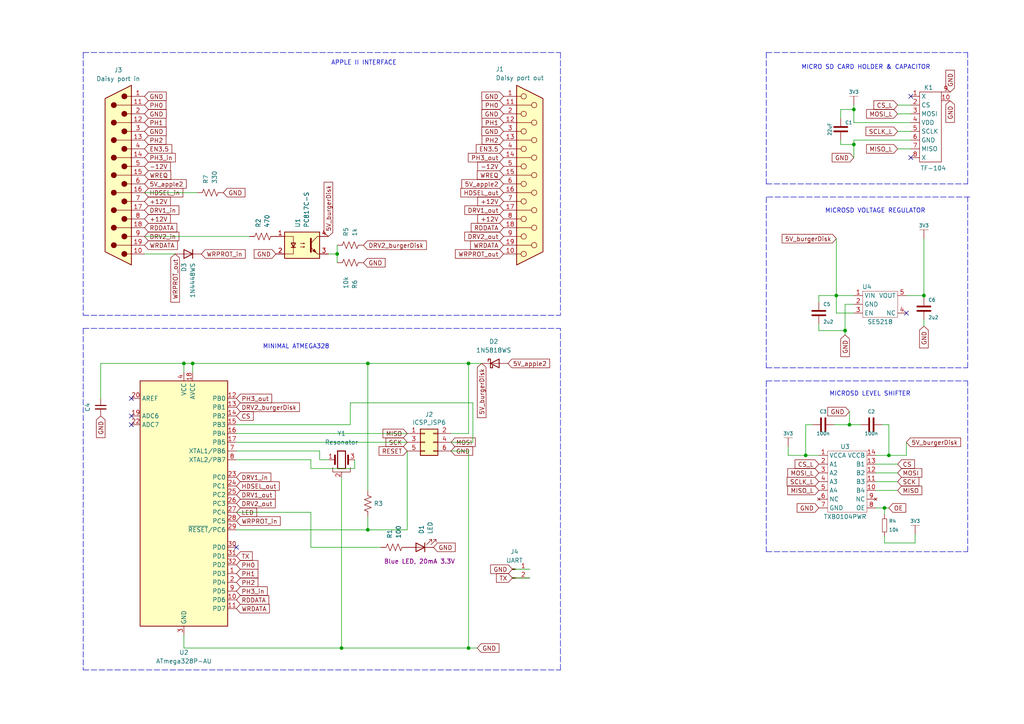
<source format=kicad_sch>
(kicad_sch (version 20250114) (generator "eeschema") (generator_version "9.0")
  (paper "A4")
  (title_block (title "DominoDisk - very small Apple II hard drive") (date "2026-01-28") (rev "v2") (company "Colin Leroy-Mira") (comment 1 "License: CC BY-SA"))
  (lib_symbols
    (symbol "Connector:Conn_01x02_Pin" (pin_names (offset 1.016) (hide yes))
      (property "Reference" "J" (at 0 2.54 0))
      (property "Value" "Conn_01x02_Pin" (at 0 -5.08 0))
      (symbol "Conn_01x02_Pin_1_1"
        (rectangle (start 0.8636 0.127) (end 0 -0.127) (stroke (width 0.1524)) (fill (type outline)))
        (rectangle (start 0.8636 -2.413) (end 0 -2.667) (stroke (width 0.1524)) (fill (type outline)))
        (polyline (pts (xy 1.27 0) (xy 0.8636 0)) (stroke (width 0.1524)))
        (polyline (pts (xy 1.27 -2.54) (xy 0.8636 -2.54)) (stroke (width 0.1524)))
        (pin passive line (at 5.08 0 180) (length 3.81) (name "Pin_1") (number "1"))
        (pin passive line (at 5.08 -2.54 180) (length 3.81) (name "Pin_2") (number "2"))
      )
    )
    (symbol "Connector_Generic:Conn_02x03_Odd_Even" (pin_names (offset 1.016) (hide yes))
      (property "Reference" "J" (at 1.27 5.08 0))
      (property "Value" "Conn_02x03_Odd_Even" (at 1.27 -5.08 0))
      (symbol "Conn_02x03_Odd_Even_1_1"
        (rectangle (start -1.27 3.81) (end 3.81 -3.81) (stroke (width 0.254)) (fill (type background)))
        (rectangle (start -1.27 2.667) (end 0 2.413) (stroke (width 0.1524)))
        (rectangle (start -1.27 0.127) (end 0 -0.127) (stroke (width 0.1524)))
        (rectangle (start -1.27 -2.413) (end 0 -2.667) (stroke (width 0.1524)))
        (rectangle (start 3.81 2.667) (end 2.54 2.413) (stroke (width 0.1524)))
        (rectangle (start 3.81 0.127) (end 2.54 -0.127) (stroke (width 0.1524)))
        (rectangle (start 3.81 -2.413) (end 2.54 -2.667) (stroke (width 0.1524)))
        (pin passive line (at -5.08 2.54 0) (length 3.81) (name "Pin_1") (number "1"))
        (pin passive line (at -5.08 0 0) (length 3.81) (name "Pin_3") (number "3"))
        (pin passive line (at -5.08 -2.54 0) (length 3.81) (name "Pin_5") (number "5"))
        (pin passive line (at 7.62 2.54 180) (length 3.81) (name "Pin_2") (number "2"))
        (pin passive line (at 7.62 0 180) (length 3.81) (name "Pin_4") (number "4"))
        (pin passive line (at 7.62 -2.54 180) (length 3.81) (name "Pin_6") (number "6"))
      )
    )
    (symbol "Device:C_Small" (pin_numbers (hide yes)) (pin_names (offset 0.254) (hide yes))
      (property "Reference" "C" (at 0.254 1.778 0))
      (property "Value" "C_Small" (at 0.254 -2.032 0))
      (symbol "C_Small_0_1"
        (polyline (pts (xy -1.524 0.508) (xy 1.524 0.508)) (stroke (width 0.3048)))
        (polyline (pts (xy -1.524 -0.508) (xy 1.524 -0.508)) (stroke (width 0.3302)))
      )
      (symbol "C_Small_1_1"
        (pin passive line (at 0 2.54 270) (length 2.032) (name "~") (number "1"))
        (pin passive line (at 0 -2.54 90) (length 2.032) (name "~") (number "2"))
      )
    )
    (symbol "Device:Crystal_GND2" (pin_names (offset 1.016) (hide yes))
      (property "Reference" "Y" (at 0 5.715 0))
      (property "Value" "Crystal_GND2" (at 0 3.81 0))
      (symbol "Crystal_GND2_0_1"
        (polyline (pts (xy -2.54 0) (xy -1.905 0)))
        (polyline (pts (xy -2.54 -2.286) (xy -2.54 -3.556) (xy 2.54 -3.556) (xy 2.54 -2.286)))
        (polyline (pts (xy -1.905 -1.27) (xy -1.905 1.27)) (stroke (width 0.508)))
        (rectangle (start -1.143 2.54) (end 1.143 -2.54) (stroke (width 0.3048)))
        (polyline (pts (xy 0 -3.81) (xy 0 -3.556)))
        (polyline (pts (xy 1.905 1.27) (xy 1.905 -1.27)) (stroke (width 0.508)))
        (polyline (pts (xy 1.905 0) (xy 2.54 0)))
      )
      (symbol "Crystal_GND2_1_1"
        (pin passive line (at -3.81 0 0) (length 1.27) (name "1") (number "1"))
        (pin passive line (at 0 -5.08 90) (length 1.27) (name "2") (number "2"))
        (pin passive line (at 3.81 0 180) (length 1.27) (name "3") (number "3"))
      )
    )
    (symbol "Device:LED" (pin_numbers (hide yes)) (pin_names (offset 1.016) (hide yes))
      (property "Reference" "D" (at 0 2.54 0))
      (property "Value" "LED" (at 0 -2.54 0))
      (symbol "LED_0_1"
        (polyline (pts (xy -3.048 -0.762) (xy -4.572 -2.286) (xy -3.81 -2.286) (xy -4.572 -2.286) (xy -4.572 -1.524)))
        (polyline (pts (xy -1.778 -0.762) (xy -3.302 -2.286) (xy -2.54 -2.286) (xy -3.302 -2.286) (xy -3.302 -1.524)))
        (polyline (pts (xy -1.27 0) (xy 1.27 0)))
        (polyline (pts (xy -1.27 -1.27) (xy -1.27 1.27)) (stroke (width 0.254)))
        (polyline (pts (xy 1.27 -1.27) (xy 1.27 1.27) (xy -1.27 0) (xy 1.27 -1.27)) (stroke (width 0.254)))
      )
      (symbol "LED_1_1"
        (pin passive line (at -3.81 0 0) (length 2.54) (name "K") (number "1"))
        (pin passive line (at 3.81 0 180) (length 2.54) (name "A") (number "2"))
      )
    )
    (symbol "Device:R_US" (pin_numbers (hide yes)) (pin_names (offset 0))
      (property "Reference" "R" (at 2.54 0 90))
      (property "Value" "R_US" (at -2.54 0 90))
      (symbol "R_US_0_1"
        (polyline (pts (xy 0 2.286) (xy 0 2.54)))
        (polyline (pts (xy 0 2.286) (xy 1.016 1.905) (xy 0 1.524) (xy -1.016 1.143) (xy 0 0.762)))
        (polyline (pts (xy 0 0.762) (xy 1.016 0.381) (xy 0 0) (xy -1.016 -0.381) (xy 0 -0.762)))
        (polyline (pts (xy 0 -0.762) (xy 1.016 -1.143) (xy 0 -1.524) (xy -1.016 -1.905) (xy 0 -2.286)))
        (polyline (pts (xy 0 -2.286) (xy 0 -2.54)))
      )
      (symbol "R_US_1_1"
        (pin passive line (at 0 3.81 270) (length 1.27) (name "~") (number "1"))
        (pin passive line (at 0 -3.81 90) (length 1.27) (name "~") (number "2"))
      )
    )
    (symbol "Diode:1N4448" (pin_numbers (hide yes)) (pin_names (hide yes))
      (property "Reference" "D" (at 0 2.54 0))
      (property "Value" "1N4448" (at 0 -2.54 0))
      (symbol "1N4448_0_1"
        (polyline (pts (xy -1.27 1.27) (xy -1.27 -1.27)) (stroke (width 0.254)))
        (polyline (pts (xy 1.27 1.27) (xy 1.27 -1.27) (xy -1.27 0) (xy 1.27 1.27)) (stroke (width 0.254)))
        (polyline (pts (xy 1.27 0) (xy -1.27 0)))
      )
      (symbol "1N4448_1_1"
        (pin passive line (at -3.81 0 0) (length 2.54) (name "K") (number "1"))
        (pin passive line (at 3.81 0 180) (length 2.54) (name "A") (number "2"))
      )
    )
    (symbol "Diode:1N5818" (pin_numbers (hide yes)) (pin_names (offset 1.016) (hide yes))
      (property "Reference" "D" (at 0 2.54 0))
      (property "Value" "1N5818" (at 0 -2.54 0))
      (symbol "1N5818_0_1"
        (polyline (pts (xy -1.905 0.635) (xy -1.905 1.27) (xy -1.27 1.27) (xy -1.27 -1.27) (xy -0.635 -1.27) (xy -0.635 -0.635)) (stroke (width 0.254)))
        (polyline (pts (xy 1.27 1.27) (xy 1.27 -1.27) (xy -1.27 0) (xy 1.27 1.27)) (stroke (width 0.254)))
        (polyline (pts (xy 1.27 0) (xy -1.27 0)))
      )
      (symbol "1N5818_1_1"
        (pin passive line (at -3.81 0 0) (length 2.54) (name "K") (number "1"))
        (pin passive line (at 3.81 0 180) (length 2.54) (name "A") (number "2"))
      )
    )
    (symbol "Isolator:PC817" (pin_names (offset 1.016))
      (property "Reference" "U" (at -5.08 5.08 0))
      (property "Value" "PC817" (at 0 5.08 0))
      (symbol "PC817_0_1"
        (rectangle (start -5.08 3.81) (end 5.08 -3.81) (stroke (width 0.254)) (fill (type background)))
        (polyline (pts (xy -5.08 2.54) (xy -2.54 2.54) (xy -2.54 -0.635)))
        (polyline (pts (xy -3.175 -0.635) (xy -1.905 -0.635)) (stroke (width 0.254)))
        (polyline (pts (xy -2.54 -0.635) (xy -2.54 -2.54) (xy -5.08 -2.54)))
        (polyline (pts (xy -2.54 -0.635) (xy -3.175 0.635) (xy -1.905 0.635) (xy -2.54 -0.635)) (stroke (width 0.254)))
        (polyline (pts (xy -0.508 0.508) (xy 0.762 0.508) (xy 0.381 0.381) (xy 0.381 0.635) (xy 0.762 0.508)))
        (polyline (pts (xy -0.508 -0.508) (xy 0.762 -0.508) (xy 0.381 -0.635) (xy 0.381 -0.381) (xy 0.762 -0.508)))
        (polyline (pts (xy 2.54 1.905) (xy 2.54 -1.905) (xy 2.54 -1.905)) (stroke (width 0.508)))
        (polyline (pts (xy 2.54 0.635) (xy 4.445 2.54)))
        (polyline (pts (xy 3.048 -1.651) (xy 3.556 -1.143) (xy 4.064 -2.159) (xy 3.048 -1.651) (xy 3.048 -1.651)) (fill (type outline)))
        (polyline (pts (xy 4.445 2.54) (xy 5.08 2.54)))
        (polyline (pts (xy 4.445 -2.54) (xy 2.54 -0.635)) (fill (type outline)))
        (polyline (pts (xy 4.445 -2.54) (xy 5.08 -2.54)))
      )
      (symbol "PC817_1_1"
        (pin passive line (at -7.62 2.54 0) (length 2.54) (name "~") (number "1"))
        (pin passive line (at -7.62 -2.54 0) (length 2.54) (name "~") (number "2"))
        (pin passive line (at 7.62 2.54 180) (length 2.54) (name "~") (number "4"))
        (pin passive line (at 7.62 -2.54 180) (length 2.54) (name "~") (number "3"))
      )
    )
    (symbol "MCU_Microchip_ATmega:ATmega328P-AU"
      (property "Reference" "U2" (at 0 -43.18 0))
      (property "Value" "ATmega328P-AU" (at 0 -45.72 0))
      (symbol "ATmega328P-AU_0_1"
        (rectangle (start -12.7 -35.56) (end 12.7 35.56) (stroke (width 0.254)) (fill (type background)))
      )
      (symbol "ATmega328P-AU_1_1"
        (pin passive line (at -15.24 30.48 0) (length 2.54) (name "AREF") (number "20"))
        (pin input line (at -15.24 25.4 0) (length 2.54) (name "ADC6") (number "19"))
        (pin input line (at -15.24 22.86 0) (length 2.54) (name "ADC7") (number "22"))
        (pin power_in line (at 0 38.1 270) (length 2.54) (name "VCC") (number "4"))
        (pin passive line (at 0 38.1 270) (length 2.54) (hide yes) (name "VCC") (number "6"))
        (pin passive line (at 0 -38.1 90) (length 2.54) (hide yes) (name "GND") (number "21"))
        (pin passive line (at 0 -38.1 90) (length 2.54) (name "GND") (number "3"))
        (pin passive line (at 0 -38.1 90) (length 2.54) (hide yes) (name "GND") (number "5"))
        (pin power_in line (at 2.54 38.1 270) (length 2.54) (name "AVCC") (number "18"))
        (pin tri_state line (at 15.24 30.48 180) (length 2.54) (name "PB0") (number "12"))
        (pin tri_state line (at 15.24 27.94 180) (length 2.54) (name "PB1") (number "13"))
        (pin tri_state line (at 15.24 25.4 180) (length 2.54) (name "PB2") (number "14"))
        (pin tri_state line (at 15.24 22.86 180) (length 2.54) (name "PB3") (number "15"))
        (pin tri_state line (at 15.24 20.32 180) (length 2.54) (name "PB4") (number "16"))
        (pin tri_state line (at 15.24 17.78 180) (length 2.54) (name "PB5") (number "17"))
        (pin tri_state line (at 15.24 15.24 180) (length 2.54) (name "XTAL1/PB6") (number "7"))
        (pin tri_state line (at 15.24 12.7 180) (length 2.54) (name "XTAL2/PB7") (number "8"))
        (pin tri_state line (at 15.24 7.62 180) (length 2.54) (name "PC0") (number "23"))
        (pin tri_state line (at 15.24 5.08 180) (length 2.54) (name "PC1") (number "24"))
        (pin tri_state line (at 15.24 2.54 180) (length 2.54) (name "PC2") (number "25"))
        (pin tri_state line (at 15.24 0 180) (length 2.54) (name "PC3") (number "26"))
        (pin tri_state line (at 15.24 -2.54 180) (length 2.54) (name "PC4") (number "27"))
        (pin tri_state line (at 15.24 -5.08 180) (length 2.54) (name "PC5") (number "28"))
        (pin tri_state line (at 15.24 -7.62 180) (length 2.54) (name "~{RESET}/PC6") (number "29"))
        (pin tri_state line (at 15.24 -12.7 180) (length 2.54) (name "PD0") (number "30"))
        (pin tri_state line (at 15.24 -15.24 180) (length 2.54) (name "PD1") (number "31"))
        (pin tri_state line (at 15.24 -17.78 180) (length 2.54) (name "PD2") (number "32"))
        (pin tri_state line (at 15.24 -20.32 180) (length 2.54) (name "PD3") (number "1"))
        (pin tri_state line (at 15.24 -22.86 180) (length 2.54) (name "PD4") (number "2"))
        (pin tri_state line (at 15.24 -25.4 180) (length 2.54) (name "PD5") (number "9"))
        (pin tri_state line (at 15.24 -27.94 180) (length 2.54) (name "PD6") (number "10"))
        (pin tri_state line (at 15.24 -30.48 180) (length 2.54) (name "PD7") (number "11"))
      )
    )
    (symbol "db19:DB19_Female" (pin_names (offset 1.016) (hide yes))
      (property "Reference" "J" (at 0 26.67 0))
      (property "Value" "DB19_Female" (at 0 -27.94 0))
      (symbol "DB19_Female_0_1"
        (polyline (pts (xy -3.81 26.035) (xy 3.81 22.225) (xy 3.81 -22.225) (xy -3.81 -26.035) (xy -3.81 26.035)) (stroke (width 0.254)) (fill (type background)))
        (polyline (pts (xy -3.81 22.86) (xy -2.54 22.86)))
        (polyline (pts (xy -3.81 20.32) (xy 0.508 20.32)))
        (polyline (pts (xy -3.81 17.78) (xy -2.54 17.78)))
        (polyline (pts (xy -3.81 15.24) (xy 0.508 15.24)))
        (polyline (pts (xy -3.81 12.7) (xy -2.54 12.7)))
        (polyline (pts (xy -3.81 10.16) (xy 0.508 10.16)))
        (polyline (pts (xy -3.81 7.62) (xy -2.54 7.62)))
        (polyline (pts (xy -3.81 5.08) (xy 0.508 5.08)))
        (polyline (pts (xy -3.81 2.54) (xy -2.54 2.54)))
        (polyline (pts (xy -3.81 0) (xy 0.508 0)))
        (polyline (pts (xy -3.81 -2.54) (xy -2.54 -2.54)))
        (polyline (pts (xy -3.81 -5.08) (xy 0.508 -5.08)))
        (polyline (pts (xy -3.81 -7.62) (xy -2.54 -7.62)))
        (polyline (pts (xy -3.81 -10.16) (xy 0.508 -10.16)))
        (polyline (pts (xy -3.81 -12.7) (xy -2.54 -12.7)))
        (polyline (pts (xy -3.81 -15.24) (xy 0.508 -15.24)))
        (polyline (pts (xy -3.81 -17.78) (xy -2.54 -17.78)))
        (polyline (pts (xy -3.81 -20.32) (xy 0.508 -20.32)))
        (polyline (pts (xy -3.81 -22.86) (xy -2.54 -22.86)))
        (circle (center -1.778 22.86) (radius 0.762))
        (circle (center -1.778 17.78) (radius 0.762))
        (circle (center -1.778 12.7) (radius 0.762))
        (circle (center -1.778 7.62) (radius 0.762))
        (circle (center -1.778 2.54) (radius 0.762))
        (circle (center -1.778 -2.54) (radius 0.762))
        (circle (center -1.778 -7.62) (radius 0.762))
        (circle (center -1.778 -12.7) (radius 0.762))
        (circle (center -1.778 -17.78) (radius 0.762))
        (circle (center -1.778 -22.86) (radius 0.762))
        (circle (center 1.27 20.32) (radius 0.762))
        (circle (center 1.27 15.24) (radius 0.762))
        (circle (center 1.27 10.16) (radius 0.762))
        (circle (center 1.27 5.08) (radius 0.762))
        (circle (center 1.27 0) (radius 0.762))
        (circle (center 1.27 -5.08) (radius 0.762))
        (circle (center 1.27 -10.16) (radius 0.762))
        (circle (center 1.27 -15.24) (radius 0.762))
        (circle (center 1.27 -20.32) (radius 0.762))
      )
      (symbol "DB19_Female_1_1"
        (pin passive line (at -7.62 22.86 0) (length 3.81) (name "1") (number "1"))
        (pin passive line (at -7.62 20.32 0) (length 3.81) (name "P11") (number "11"))
        (pin passive line (at -7.62 17.78 0) (length 3.81) (name "2") (number "2"))
        (pin passive line (at -7.62 15.24 0) (length 3.81) (name "P12") (number "12"))
        (pin passive line (at -7.62 12.7 0) (length 3.81) (name "3") (number "3"))
        (pin passive line (at -7.62 10.16 0) (length 3.81) (name "P13") (number "13"))
        (pin passive line (at -7.62 7.62 0) (length 3.81) (name "4") (number "4"))
        (pin passive line (at -7.62 5.08 0) (length 3.81) (name "P14") (number "14"))
        (pin passive line (at -7.62 2.54 0) (length 3.81) (name "5") (number "5"))
        (pin passive line (at -7.62 0 0) (length 3.81) (name "P15") (number "15"))
        (pin passive line (at -7.62 -2.54 0) (length 3.81) (name "6") (number "6"))
        (pin passive line (at -7.62 -5.08 0) (length 3.81) (name "P16") (number "16"))
        (pin passive line (at -7.62 -7.62 0) (length 3.81) (name "7") (number "7"))
        (pin passive line (at -7.62 -10.16 0) (length 3.81) (name "P17") (number "17"))
        (pin passive line (at -7.62 -12.7 0) (length 3.81) (name "8") (number "8"))
        (pin passive line (at -7.62 -15.24 0) (length 3.81) (name "P18") (number "18"))
        (pin passive line (at -7.62 -17.78 0) (length 3.81) (name "9") (number "9"))
        (pin passive line (at -7.62 -20.32 0) (length 3.81) (name "P19") (number "19"))
        (pin passive line (at -7.62 -22.86 0) (length 3.81) (name "10") (number "10"))
      )
    )
    (symbol "db19:DB19_Male" (pin_names (offset 1.016) (hide yes))
      (property "Reference" "J" (at 0 26.035 0))
      (property "Value" "DB19_Male" (at 0 -27.305 0))
      (symbol "DB19_Male_0_1"
        (polyline (pts (xy -3.81 22.86) (xy -2.54 22.86)))
        (polyline (pts (xy -3.81 20.32) (xy 0.508 20.32)))
        (polyline (pts (xy -3.81 17.78) (xy -2.54 17.78)))
        (polyline (pts (xy -3.81 15.24) (xy 0.508 15.24)))
        (polyline (pts (xy -3.81 12.7) (xy -2.54 12.7)))
        (polyline (pts (xy -3.81 10.16) (xy 0.508 10.16)))
        (polyline (pts (xy -3.81 7.62) (xy -2.54 7.62)))
        (polyline (pts (xy -3.81 5.08) (xy 0.508 5.08)))
        (polyline (pts (xy -3.81 2.54) (xy -2.54 2.54)))
        (polyline (pts (xy -3.81 0) (xy 0.508 0)))
        (polyline (pts (xy -3.81 -2.54) (xy -2.54 -2.54)))
        (polyline (pts (xy -3.81 -5.08) (xy 0.508 -5.08)))
        (polyline (pts (xy -3.81 -7.62) (xy -2.54 -7.62)))
        (polyline (pts (xy -3.81 -10.16) (xy 0.508 -10.16)))
        (polyline (pts (xy -3.81 -12.7) (xy -2.54 -12.7)))
        (polyline (pts (xy -3.81 -15.24) (xy 0.508 -15.24)))
        (polyline (pts (xy -3.81 -17.78) (xy -2.54 -17.78)))
        (polyline (pts (xy -3.81 -20.32) (xy 0.508 -20.32)))
        (polyline (pts (xy -3.81 -22.86) (xy -2.54 -22.86)))
        (polyline (pts (xy -3.81 -26.035) (xy 3.81 -22.225) (xy 3.81 22.225) (xy -3.81 26.035) (xy -3.81 -26.035)) (stroke (width 0.254)) (fill (type background)))
        (circle (center -1.778 22.86) (radius 0.762) (fill (type outline)))
        (circle (center -1.778 17.78) (radius 0.762) (fill (type outline)))
        (circle (center -1.778 12.7) (radius 0.762) (fill (type outline)))
        (circle (center -1.778 7.62) (radius 0.762) (fill (type outline)))
        (circle (center -1.778 2.54) (radius 0.762) (fill (type outline)))
        (circle (center -1.778 -2.54) (radius 0.762) (fill (type outline)))
        (circle (center -1.778 -7.62) (radius 0.762) (fill (type outline)))
        (circle (center -1.778 -12.7) (radius 0.762) (fill (type outline)))
        (circle (center -1.778 -17.78) (radius 0.762) (fill (type outline)))
        (circle (center -1.778 -22.86) (radius 0.762) (fill (type outline)))
        (circle (center 1.27 20.32) (radius 0.762) (fill (type outline)))
        (circle (center 1.27 15.24) (radius 0.762) (fill (type outline)))
        (circle (center 1.27 10.16) (radius 0.762) (fill (type outline)))
        (circle (center 1.27 5.08) (radius 0.762) (fill (type outline)))
        (circle (center 1.27 0) (radius 0.762) (fill (type outline)))
        (circle (center 1.27 -5.08) (radius 0.762) (fill (type outline)))
        (circle (center 1.27 -10.16) (radius 0.762) (fill (type outline)))
        (circle (center 1.27 -15.24) (radius 0.762) (fill (type outline)))
        (circle (center 1.27 -20.32) (radius 0.762) (fill (type outline)))
      )
      (symbol "DB19_Male_1_1"
        (pin passive line (at -7.62 22.86 0) (length 3.81) (name "10") (number "10"))
        (pin passive line (at -7.62 20.32 0) (length 3.81) (name "P19") (number "19"))
        (pin passive line (at -7.62 17.78 0) (length 3.81) (name "9") (number "9"))
        (pin passive line (at -7.62 15.24 0) (length 3.81) (name "P18") (number "18"))
        (pin passive line (at -7.62 12.7 0) (length 3.81) (name "8") (number "8"))
        (pin passive line (at -7.62 10.16 0) (length 3.81) (name "P17") (number "17"))
        (pin passive line (at -7.62 7.62 0) (length 3.81) (name "7") (number "7"))
        (pin passive line (at -7.62 5.08 0) (length 3.81) (name "P16") (number "16"))
        (pin passive line (at -7.62 2.54 0) (length 3.81) (name "6") (number "6"))
        (pin passive line (at -7.62 0 0) (length 3.81) (name "P15") (number "15"))
        (pin passive line (at -7.62 -2.54 0) (length 3.81) (name "5") (number "5"))
        (pin passive line (at -7.62 -5.08 0) (length 3.81) (name "P14") (number "14"))
        (pin passive line (at -7.62 -7.62 0) (length 3.81) (name "4") (number "4"))
        (pin passive line (at -7.62 -10.16 0) (length 3.81) (name "P13") (number "13"))
        (pin passive line (at -7.62 -12.7 0) (length 3.81) (name "3") (number "3"))
        (pin passive line (at -7.62 -15.24 0) (length 3.81) (name "P12") (number "12"))
        (pin passive line (at -7.62 -17.78 0) (length 3.81) (name "2") (number "2"))
        (pin passive line (at -7.62 -20.32 0) (length 3.81) (name "P11") (number "11"))
        (pin passive line (at -7.62 -22.86 0) (length 3.81) (name "1") (number "1"))
      )
    )
    (symbol "e-radionica.com schematics:0603C" (pin_numbers (hide yes)) (pin_names (offset 0.002))
      (property "Reference" "C" (at -0.635 3.175 0))
      (property "Value" "0603C" (at 0 -3.175 0))
      (symbol "0603C_0_1"
        (polyline (pts (xy -0.635 1.905) (xy -0.635 -1.905)) (stroke (width 0.5)))
        (polyline (pts (xy 0.635 1.905) (xy 0.635 -1.905)) (stroke (width 0.5)))
      )
      (symbol "0603C_1_1"
        (pin passive line (at -3.175 0 0) (length 2.54) (name "~") (number "1"))
        (pin passive line (at 3.175 0 180) (length 2.54) (name "~") (number "2"))
      )
    )
    (symbol "e-radionica.com schematics:0603R" (pin_numbers (hide yes)) (pin_names (offset 0.254))
      (property "Reference" "R" (at -1.905 1.905 0))
      (property "Value" "0603R" (at 0 -1.905 0))
      (symbol "0603R_0_1"
        (rectangle (start -1.905 0.635) (end -1.8796 -0.635) (stroke (width 0.1)))
        (rectangle (start -1.905 0.635) (end 1.905 0.6096) (stroke (width 0.1)))
        (rectangle (start -1.905 -0.635) (end 1.905 -0.6604) (stroke (width 0.1)))
        (rectangle (start 1.905 0.635) (end 1.9304 -0.635) (stroke (width 0.1)))
      )
      (symbol "0603R_1_1"
        (pin passive line (at -3.175 0 0) (length 1.27) (name "~") (number "1"))
        (pin passive line (at 3.175 0 180) (length 1.27) (name "~") (number "2"))
      )
    )
    (symbol "e-radionica.com schematics:3V3" (power) (pin_names (offset 0))
      (property "Value" "3V3" (at 0 3.556 0))
      (symbol "3V3_0_1"
        (polyline (pts (xy -1.27 2.54) (xy 1.27 2.54)) (stroke (width 0.0006)))
        (polyline (pts (xy 0 0) (xy 0 2.54)))
      )
      (symbol "3V3_1_1"
        (pin power_in line (at 0 0 90) (length 0) (hide yes) (name "3V3") (number "1"))
      )
    )
    (symbol "e-radionica.com schematics:HYC77-TF09-200"
      (property "Reference" "K1" (at -1.27 11.4301 0))
      (property "Value" "TF-104" (at -2.286 -11.938 0))
      (symbol "HYC77-TF09-200_0_1"
        (rectangle (start -2.54 10.16) (end 3.81 -10.16) (stroke (width 0.1524)))
      )
      (symbol "HYC77-TF09-200_1_1"
        (pin bidirectional line (at -5.08 8.89 0) (length 2.54) (name "X") (number "1"))
        (pin bidirectional line (at -5.08 6.35 0) (length 2.54) (name "CS") (number "2"))
        (pin bidirectional line (at -5.08 3.81 0) (length 2.54) (name "MOSI") (number "3"))
        (pin bidirectional line (at -5.08 1.27 0) (length 2.54) (name "VDD") (number "4"))
        (pin bidirectional line (at -5.08 -1.27 0) (length 2.54) (name "SCLK") (number "5"))
        (pin bidirectional line (at -5.08 -3.81 0) (length 2.54) (name "GND") (number "6"))
        (pin bidirectional line (at -5.08 -6.35 0) (length 2.54) (name "MISO") (number "7"))
        (pin bidirectional line (at -5.08 -8.89 0) (length 2.54) (name "X") (number "8"))
        (pin passive line (at 6.35 10.16 180) (length 2.54) (name "") (number "9"))
        (pin passive line (at 6.35 7.62 180) (length 2.54) (name "") (number "10"))
      )
    )
    (symbol "e-radionica.com schematics:SE5218"
      (property "Reference" "U2" (at -3.81 5.08 0))
      (property "Value" "SE5218" (at 0 -5.08 0))
      (symbol "SE5218_0_1"
        (rectangle (start -5.08 3.81) (end 5.08 -3.81) (stroke (width 0.0006)))
      )
      (symbol "SE5218_1_1"
        (pin power_in line (at -7.62 2.54 0) (length 2.54) (name "VIN") (number "1"))
        (pin passive line (at -7.62 0 0) (length 2.54) (name "GND") (number "2"))
        (pin input line (at -7.62 -2.54 0) (length 2.54) (name "EN") (number "3"))
        (pin power_out line (at 7.62 2.54 180) (length 2.54) (name "VOUT") (number "5"))
        (pin passive line (at 7.62 -2.54 180) (length 2.54) (name "NC") (number "4"))
      )
    )
    (symbol "e-radionica.com schematics:TXB0104QPWRQ1"
      (property "Reference" "U" (at 0 8.89 0))
      (property "Value" "TXB0104QPWRQ1" (at 0 -11.43 0))
      (symbol "TXB0104QPWRQ1_0_1"
        (rectangle (start -5.08 7.62) (end 6.35 -10.16) (stroke (width 0.0006)))
      )
      (symbol "TXB0104QPWRQ1_1_1"
        (pin power_in line (at -7.62 6.35 0) (length 2.54) (name "VCCA") (number "1"))
        (pin passive line (at -7.62 3.81 0) (length 2.54) (name "A1") (number "2"))
        (pin passive line (at -7.62 1.27 0) (length 2.54) (name "A2") (number "3"))
        (pin passive line (at -7.62 -1.27 0) (length 2.54) (name "A3") (number "4"))
        (pin passive line (at -7.62 -3.81 0) (length 2.54) (name "A4") (number "5"))
        (pin no_connect line (at -7.62 -6.35 0) (length 2.54) (name "NC") (number "6"))
        (pin passive line (at -7.62 -8.89 0) (length 2.54) (name "GND") (number "7"))
        (pin power_out line (at 8.89 6.35 180) (length 2.54) (name "VCCB") (number "14"))
        (pin passive line (at 8.89 3.81 180) (length 2.54) (name "B1") (number "13"))
        (pin passive line (at 8.89 1.27 180) (length 2.54) (name "B2") (number "12"))
        (pin passive line (at 8.89 -1.27 180) (length 2.54) (name "B3") (number "11"))
        (pin passive line (at 8.89 -3.81 180) (length 2.54) (name "B4") (number "10"))
        (pin no_connect line (at 8.89 -6.35 180) (length 2.54) (name "NC") (number "9"))
        (pin passive line (at 8.89 -8.89 180) (length 2.54) (name "OE") (number "8"))
      )
    )
  )
  (text "MICROSD LEVEL SHIFTER" (at 240.538 115.062 0) (effects (font (size 1.27 1.27)) (justify left bottom)))
  (text "MINIMAL ATMEGA328" (at 76.2 101.346 0) (effects (font (size 1.27 1.27)) (justify left bottom)))
  (text "MICROSD VOLTAGE REGULATOR\n" (at 239.268 61.976 0) (effects (font (size 1.27 1.27)) (justify left bottom)))
  (text "APPLE II INTERFACE" (at 96.012 19.05 0) (effects (font (size 1.27 1.27)) (justify left bottom)))
  (text "MICRO SD CARD HOLDER & CAPACITOR" (at 232.41 20.32 0) (effects (font (size 1.27 1.27)) (justify left bottom)))
  (junction (at 135.89 105.41))
  (junction (at 247.65 41.91) (diameter 0.9144))
  (junction (at 245.11 95.885) (diameter 0.9144))
  (junction (at 233.68 132.08))
  (junction (at 257.81 132.08) (diameter 0.9144))
  (junction (at 55.88 105.41))
  (junction (at 53.34 105.41))
  (junction (at 247.65 31.75) (diameter 0.9144))
  (junction (at 267.97 85.725) (diameter 0.9144))
  (junction (at 99.06 187.96))
  (junction (at 97.79 73.66))
  (junction (at 242.57 85.725) (diameter 0.9144))
  (junction (at 106.68 153.67))
  (junction (at 256.54 147.32) (diameter 0.9144))
  (junction (at 106.68 105.41))
  (junction (at 135.89 187.96))
  (junction (at 246.38 123.19))
  (no_connect (at 38.1 115.57))
  (no_connect (at 264.16 45.72))
  (no_connect (at 38.1 123.19))
  (no_connect (at 38.1 120.65))
  (no_connect (at 262.89 90.805))
  (no_connect (at 264.16 27.94))
  (no_connect (at 68.58 158.75))
  (polyline (pts (xy 222.25 15.24) (xy 222.25 53.34)) (stroke (width 0) (type dash)))
  (polyline (pts (xy 222.25 160.02) (xy 280.67 160.02)) (stroke (width 0) (type dash)))
  (wire (pts (xy 245.11 95.885) (xy 245.11 97.155)))
  (wire (pts (xy 92.71 130.81) (xy 68.58 130.81)))
  (wire (pts (xy 237.49 95.885) (xy 245.11 95.885)))
  (wire (pts (xy 247.65 41.91) (xy 247.65 45.72)))
  (polyline (pts (xy 222.25 106.68) (xy 280.67 106.68)) (stroke (width 0) (type dash)))
  (wire (pts (xy 237.49 93.98) (xy 237.49 95.885)))
  (wire (pts (xy 97.79 76.2) (xy 97.79 73.66)))
  (wire (pts (xy 255.905 123.19) (xy 257.81 123.19)))
  (wire (pts (xy 243.84 31.75) (xy 247.65 31.75)))
  (wire (pts (xy 254 137.16) (xy 260.35 137.16)))
  (wire (pts (xy 68.58 125.73) (xy 118.11 125.73)))
  (wire (pts (xy 237.49 87.63) (xy 237.49 85.725)))
  (polyline (pts (xy 24.13 95.25) (xy 24.13 194.31)) (stroke (width 0) (type dash)))
  (wire (pts (xy 241.935 123.19) (xy 246.38 123.19)))
  (wire (pts (xy 247.65 90.805) (xy 242.57 90.805)))
  (wire (pts (xy 55.88 107.95) (xy 55.88 105.41)))
  (wire (pts (xy 254 139.7) (xy 260.35 139.7)))
  (wire (pts (xy 247.65 31.75) (xy 247.65 35.56)))
  (wire (pts (xy 55.88 105.41) (xy 106.68 105.41)))
  (wire (pts (xy 137.16 116.84) (xy 137.16 128.27)))
  (wire (pts (xy 53.34 107.95) (xy 53.34 105.41)))
  (polyline (pts (xy 222.25 110.49) (xy 222.25 160.02)) (stroke (width 0) (type dash)))
  (polyline (pts (xy 222.25 110.49) (xy 280.67 110.49)) (stroke (width 0) (type dash)))
  (polyline (pts (xy 280.67 53.34) (xy 280.67 15.24)) (stroke (width 0) (type dash)))
  (polyline (pts (xy 24.13 15.24) (xy 24.13 91.44)) (stroke (width 0) (type dash)))
  (wire (pts (xy 254 142.24) (xy 260.35 142.24)))
  (wire (pts (xy 135.89 125.73) (xy 135.89 105.41)))
  (wire (pts (xy 68.58 153.67) (xy 106.68 153.67)))
  (wire (pts (xy 233.68 123.19) (xy 235.585 123.19)))
  (polyline (pts (xy 24.13 194.31) (xy 162.56 194.31)) (stroke (width 0) (type dash)))
  (wire (pts (xy 41.91 68.58) (xy 72.39 68.58)))
  (wire (pts (xy 68.58 148.59) (xy 90.17 148.59)))
  (wire (pts (xy 50.8 73.66) (xy 41.91 73.66)))
  (wire (pts (xy 256.54 147.32) (xy 256.54 149.225)))
  (polyline (pts (xy 280.67 106.68) (xy 280.67 57.15)) (stroke (width 0) (type dash)))
  (wire (pts (xy 95.25 73.66) (xy 97.79 73.66)))
  (wire (pts (xy 247.65 35.56) (xy 264.16 35.56)))
  (wire (pts (xy 228.6 132.08) (xy 233.68 132.08)))
  (wire (pts (xy 260.35 43.18) (xy 264.16 43.18)))
  (wire (pts (xy 99.06 187.96) (xy 135.89 187.96)))
  (wire (pts (xy 256.54 155.575) (xy 256.54 157.48)))
  (polyline (pts (xy 222.25 15.24) (xy 280.67 15.24)) (stroke (width 0) (type dash)))
  (wire (pts (xy 135.89 187.96) (xy 138.43 187.96)))
  (wire (pts (xy 254 132.08) (xy 257.81 132.08)))
  (wire (pts (xy 246.38 119.38) (xy 246.38 123.19)))
  (wire (pts (xy 256.54 147.32) (xy 257.81 147.32)))
  (wire (pts (xy 118.11 128.27) (xy 68.58 128.27)))
  (wire (pts (xy 95.25 133.35) (xy 92.71 133.35)))
  (wire (pts (xy 130.81 125.73) (xy 135.89 125.73)))
  (wire (pts (xy 260.35 38.1) (xy 264.16 38.1)))
  (wire (pts (xy 254 134.62) (xy 260.35 134.62)))
  (wire (pts (xy 242.57 90.805) (xy 242.57 85.725)))
  (wire (pts (xy 242.57 69.215) (xy 242.57 85.725)))
  (wire (pts (xy 90.17 135.89) (xy 90.17 133.35)))
  (wire (pts (xy 267.97 69.215) (xy 267.97 85.725)))
  (wire (pts (xy 97.79 73.66) (xy 97.79 71.12)))
  (wire (pts (xy 267.97 92.71) (xy 267.97 94.615)))
  (wire (pts (xy 106.68 153.67) (xy 118.11 153.67)))
  (wire (pts (xy 233.68 123.19) (xy 233.68 132.08)))
  (wire (pts (xy 247.65 40.64) (xy 264.16 40.64)))
  (wire (pts (xy 262.89 85.725) (xy 267.97 85.725)))
  (wire (pts (xy 243.84 31.75) (xy 243.84 34.29)))
  (polyline (pts (xy 162.56 15.24) (xy 162.56 91.44)) (stroke (width 0) (type dash)))
  (wire (pts (xy 254 147.32) (xy 256.54 147.32)))
  (wire (pts (xy 130.81 130.81) (xy 135.89 130.81)))
  (wire (pts (xy 53.34 187.96) (xy 99.06 187.96)))
  (wire (pts (xy 106.68 105.41) (xy 106.68 142.24)))
  (wire (pts (xy 262.89 132.08) (xy 257.81 132.08)))
  (wire (pts (xy 106.68 149.86) (xy 106.68 153.67)))
  (wire (pts (xy 246.38 123.19) (xy 249.555 123.19)))
  (wire (pts (xy 247.65 30.48) (xy 247.65 31.75)))
  (wire (pts (xy 267.97 85.725) (xy 267.97 86.36)))
  (wire (pts (xy 243.84 41.91) (xy 247.65 41.91)))
  (polyline (pts (xy 24.13 95.25) (xy 162.56 95.25)) (stroke (width 0) (type dash)))
  (polyline (pts (xy 162.56 194.31) (xy 162.56 95.25)) (stroke (width 0) (type dash)))
  (polyline (pts (xy 222.25 57.15) (xy 222.25 106.68)) (stroke (width 0) (type dash)))
  (wire (pts (xy 148.59 167.64) (xy 153.67 167.64)))
  (wire (pts (xy 247.65 85.725) (xy 242.57 85.725)))
  (wire (pts (xy 118.11 153.67) (xy 118.11 130.81)))
  (wire (pts (xy 247.65 88.265) (xy 245.11 88.265)))
  (wire (pts (xy 101.6 116.84) (xy 101.6 123.19)))
  (wire (pts (xy 106.68 105.41) (xy 135.89 105.41)))
  (wire (pts (xy 257.81 123.19) (xy 257.81 132.08)))
  (wire (pts (xy 41.91 55.88) (xy 57.15 55.88)))
  (wire (pts (xy 102.87 135.89) (xy 90.17 135.89)))
  (wire (pts (xy 102.87 133.35) (xy 102.87 135.89)))
  (wire (pts (xy 262.89 128.27) (xy 262.89 132.08)))
  (wire (pts (xy 237.49 85.725) (xy 242.57 85.725)))
  (wire (pts (xy 53.34 184.15) (xy 53.34 187.96)))
  (wire (pts (xy 101.6 123.19) (xy 68.58 123.19)))
  (wire (pts (xy 137.16 128.27) (xy 130.81 128.27)))
  (wire (pts (xy 99.06 138.43) (xy 99.06 187.96)))
  (wire (pts (xy 233.68 132.08) (xy 237.49 132.08)))
  (polyline (pts (xy 222.25 53.34) (xy 280.67 53.34)) (stroke (width 0) (type dash)))
  (wire (pts (xy 90.17 133.35) (xy 68.58 133.35)))
  (wire (pts (xy 243.84 40.64) (xy 243.84 41.91)))
  (wire (pts (xy 256.54 157.48) (xy 265.43 157.48)))
  (wire (pts (xy 260.35 33.02) (xy 264.16 33.02)))
  (wire (pts (xy 245.11 88.265) (xy 245.11 95.885)))
  (wire (pts (xy 265.43 157.48) (xy 265.43 154.94)))
  (polyline (pts (xy 280.67 160.02) (xy 280.67 110.49)) (stroke (width 0) (type dash)))
  (wire (pts (xy 53.34 105.41) (xy 55.88 105.41)))
  (wire (pts (xy 247.65 40.64) (xy 247.65 41.91)))
  (wire (pts (xy 135.89 105.41) (xy 139.7 105.41)))
  (wire (pts (xy 228.6 129.54) (xy 228.6 132.08)))
  (wire (pts (xy 135.89 130.81) (xy 135.89 187.96)))
  (polyline (pts (xy 24.13 15.24) (xy 162.56 15.24)) (stroke (width 0) (type dash)))
  (wire (pts (xy 101.6 116.84) (xy 137.16 116.84)))
  (wire (pts (xy 29.21 105.41) (xy 53.34 105.41)))
  (wire (pts (xy 90.17 158.75) (xy 110.49 158.75)))
  (polyline (pts (xy 24.13 91.44) (xy 162.56 91.44)) (stroke (width 0) (type dash)))
  (wire (pts (xy 92.71 133.35) (xy 92.71 130.81)))
  (wire (pts (xy 90.17 148.59) (xy 90.17 158.75)))
  (polyline (pts (xy 281.305 57.15) (xy 222.25 57.15)) (stroke (width 0) (type dash)))
  (wire (pts (xy 29.21 115.57) (xy 29.21 105.41)))
  (wire (pts (xy 148.59 165.1) (xy 153.67 165.1)))
  (wire (pts (xy 260.35 30.48) (xy 264.16 30.48)))
  (global_label "+12V" (shape input) (at 146.05 63.5 180) (property "Intersheetrefs" "${INTERSHEET_REFS}" (effects (hide yes))))
  (global_label "5V_burgerDisk" (shape input) (at 95.25 68.58 90) (property "Intersheetrefs" "${INTERSHEET_REFS}" (effects (hide yes))))
  (global_label "WRDATA" (shape input) (at 146.05 71.12 180) (property "Intersheetrefs" "${INTERSHEET_REFS}" (effects (hide yes))))
  (global_label "OE" (shape input) (at 257.81 147.32 0) (property "Intersheetrefs" "${INTERSHEET_REFS}" (effects (hide yes))))
  (global_label "MOSI" (shape input) (at 130.81 128.27 0) (property "Intersheetrefs" "${INTERSHEET_REFS}" (effects (hide yes))))
  (global_label "PH0" (shape input) (at 41.91 30.48 0) (property "Intersheetrefs" "${INTERSHEET_REFS}" (effects (hide yes))))
  (global_label "GND" (shape input) (at 247.65 45.72 180) (property "Intersheetrefs" "${INTERSHEET_REFS}" (effects (hide yes))))
  (global_label "+12V" (shape input) (at 41.91 63.5 0) (property "Intersheetrefs" "${INTERSHEET_REFS}" (effects (hide yes))))
  (global_label "RDDATA" (shape input) (at 68.58 173.99 0) (property "Intersheetrefs" "${INTERSHEET_REFS}" (effects (hide yes))))
  (global_label "-12V" (shape input) (at 146.05 48.26 180) (property "Intersheetrefs" "${INTERSHEET_REFS}" (effects (hide yes))))
  (global_label "GND" (shape input) (at 275.59 29.21 270) (property "Intersheetrefs" "${INTERSHEET_REFS}" (effects (hide yes))))
  (global_label "DRV2_out" (shape input) (at 146.05 68.58 180) (property "Intersheetrefs" "${INTERSHEET_REFS}" (effects (hide yes))))
  (global_label "GND" (shape input) (at 146.05 38.1 180) (property "Intersheetrefs" "${INTERSHEET_REFS}" (effects (hide yes))))
  (global_label "WRPROT_in" (shape input) (at 58.42 73.66 0) (property "Intersheetrefs" "${INTERSHEET_REFS}" (effects (hide yes))))
  (global_label "PH2" (shape input) (at 41.91 40.64 0) (property "Intersheetrefs" "${INTERSHEET_REFS}" (effects (hide yes))))
  (global_label "DRV1_out" (shape input) (at 68.58 143.51 0) (property "Intersheetrefs" "${INTERSHEET_REFS}" (effects (hide yes))))
  (global_label "DRV2_burgerDisk" (shape input) (at 105.41 71.12 0) (property "Intersheetrefs" "${INTERSHEET_REFS}" (effects (hide yes))))
  (global_label "RDDATA" (shape input) (at 41.91 66.04 0) (property "Intersheetrefs" "${INTERSHEET_REFS}" (effects (hide yes))))
  (global_label "GND" (shape input) (at 64.77 55.88 0) (property "Intersheetrefs" "${INTERSHEET_REFS}" (effects (hide yes))))
  (global_label "SCK" (shape input) (at 260.35 139.7 0) (property "Intersheetrefs" "${INTERSHEET_REFS}" (effects (hide yes))))
  (global_label "PH1" (shape input) (at 68.58 166.37 0) (property "Intersheetrefs" "${INTERSHEET_REFS}" (effects (hide yes))))
  (global_label "HDSEL_out" (shape input) (at 146.05 55.88 180) (property "Intersheetrefs" "${INTERSHEET_REFS}" (effects (hide yes))))
  (global_label "LED" (shape input) (at 68.58 148.59 0) (property "Intersheetrefs" "${INTERSHEET_REFS}" (effects (hide yes))))
  (global_label "CS_L" (shape input) (at 260.35 30.48 180) (property "Intersheetrefs" "${INTERSHEET_REFS}" (effects (hide yes))))
  (global_label "DRV1_in" (shape input) (at 68.58 138.43 0) (property "Intersheetrefs" "${INTERSHEET_REFS}" (effects (hide yes))))
  (global_label "SCK" (shape input) (at 118.11 128.27 180) (property "Intersheetrefs" "${INTERSHEET_REFS}" (effects (hide yes))))
  (global_label "CS" (shape input) (at 68.58 120.65 0) (property "Intersheetrefs" "${INTERSHEET_REFS}" (effects (hide yes))))
  (global_label "EN3.5" (shape input) (at 41.91 43.18 0) (property "Intersheetrefs" "${INTERSHEET_REFS}" (effects (hide yes))))
  (global_label "5V_apple2" (shape input) (at 41.91 53.34 0) (property "Intersheetrefs" "${INTERSHEET_REFS}" (effects (hide yes))))
  (global_label "GND" (shape input) (at 275.59 26.67 90) (property "Intersheetrefs" "${INTERSHEET_REFS}" (effects (hide yes))))
  (global_label "PH0" (shape input) (at 68.58 163.83 0) (property "Intersheetrefs" "${INTERSHEET_REFS}" (effects (hide yes))))
  (global_label "-12V" (shape input) (at 41.91 48.26 0) (property "Intersheetrefs" "${INTERSHEET_REFS}" (effects (hide yes))))
  (global_label "HDSEL_in" (shape input) (at 41.91 55.88 0) (property "Intersheetrefs" "${INTERSHEET_REFS}" (effects (hide yes))))
  (global_label "PH0" (shape input) (at 146.05 30.48 180) (property "Intersheetrefs" "${INTERSHEET_REFS}" (effects (hide yes))))
  (global_label "PH2" (shape input) (at 68.58 168.91 0) (property "Intersheetrefs" "${INTERSHEET_REFS}" (effects (hide yes))))
  (global_label "5V_burgerDisk" (shape input) (at 262.89 128.27 0) (property "Intersheetrefs" "${INTERSHEET_REFS}" (effects (hide yes))))
  (global_label "DRV2_out" (shape input) (at 68.58 146.05 0) (property "Intersheetrefs" "${INTERSHEET_REFS}" (effects (hide yes))))
  (global_label "GND" (shape input) (at 105.41 76.2 0) (property "Intersheetrefs" "${INTERSHEET_REFS}" (effects (hide yes))))
  (global_label "PH3_in" (shape input) (at 68.58 171.45 0) (property "Intersheetrefs" "${INTERSHEET_REFS}" (effects (hide yes))))
  (global_label "GND" (shape input) (at 41.91 27.94 0) (property "Intersheetrefs" "${INTERSHEET_REFS}" (effects (hide yes))))
  (global_label "RDDATA" (shape input) (at 146.05 66.04 180) (property "Intersheetrefs" "${INTERSHEET_REFS}" (effects (hide yes))))
  (global_label "MOSI_L" (shape input) (at 237.49 137.16 180) (property "Intersheetrefs" "${INTERSHEET_REFS}" (effects (hide yes))))
  (global_label "GND" (shape input) (at 41.91 33.02 0) (property "Intersheetrefs" "${INTERSHEET_REFS}" (effects (hide yes))))
  (global_label "DRV2_burgerDisk" (shape input) (at 68.58 118.11 0) (property "Intersheetrefs" "${INTERSHEET_REFS}" (effects (hide yes))))
  (global_label "PH1" (shape input) (at 41.91 35.56 0) (property "Intersheetrefs" "${INTERSHEET_REFS}" (effects (hide yes))))
  (global_label "GND" (shape input) (at 146.05 27.94 180) (property "Intersheetrefs" "${INTERSHEET_REFS}" (effects (hide yes))))
  (global_label "5V_apple2" (shape input) (at 146.05 53.34 180) (property "Intersheetrefs" "${INTERSHEET_REFS}" (effects (hide yes))))
  (global_label "TX" (shape input) (at 148.59 167.64 180) (property "Intersheetrefs" "${INTERSHEET_REFS}" (effects (hide yes))))
  (global_label "HDSEL_out" (shape input) (at 68.58 140.97 0) (property "Intersheetrefs" "${INTERSHEET_REFS}" (effects (hide yes))))
  (global_label "GND" (shape input) (at 146.05 33.02 180) (property "Intersheetrefs" "${INTERSHEET_REFS}" (effects (hide yes))))
  (global_label "MISO" (shape input) (at 118.11 125.73 180) (property "Intersheetrefs" "${INTERSHEET_REFS}" (effects (hide yes))))
  (global_label "TX" (shape input) (at 68.58 161.29 0) (property "Intersheetrefs" "${INTERSHEET_REFS}" (effects (hide yes))))
  (global_label "5V_burgerDisk" (shape input) (at 242.57 69.215 180) (property "Intersheetrefs" "${INTERSHEET_REFS}" (effects (hide yes))))
  (global_label "WRPROT_out" (shape input) (at 50.8 73.66 270) (property "Intersheetrefs" "${INTERSHEET_REFS}" (effects (hide yes))))
  (global_label "MISO_L" (shape input) (at 237.49 142.24 180) (property "Intersheetrefs" "${INTERSHEET_REFS}" (effects (hide yes))))
  (global_label "PH3_in" (shape input) (at 41.91 45.72 0) (property "Intersheetrefs" "${INTERSHEET_REFS}" (effects (hide yes))))
  (global_label "WREQ" (shape input) (at 146.05 50.8 180) (property "Intersheetrefs" "${INTERSHEET_REFS}" (effects (hide yes))))
  (global_label "DRV1_out" (shape input) (at 146.05 60.96 180) (property "Intersheetrefs" "${INTERSHEET_REFS}" (effects (hide yes))))
  (global_label "PH2" (shape input) (at 146.05 40.64 180) (property "Intersheetrefs" "${INTERSHEET_REFS}" (effects (hide yes))))
  (global_label "GND" (shape input) (at 29.21 120.65 270) (property "Intersheetrefs" "${INTERSHEET_REFS}" (effects (hide yes))))
  (global_label "WRDATA" (shape input) (at 41.91 71.12 0) (property "Intersheetrefs" "${INTERSHEET_REFS}" (effects (hide yes))))
  (global_label "CS" (shape input) (at 260.35 134.62 0) (property "Intersheetrefs" "${INTERSHEET_REFS}" (effects (hide yes))))
  (global_label "+12V" (shape input) (at 41.91 58.42 0) (property "Intersheetrefs" "${INTERSHEET_REFS}" (effects (hide yes))))
  (global_label "WRDATA" (shape input) (at 68.58 176.53 0) (property "Intersheetrefs" "${INTERSHEET_REFS}" (effects (hide yes))))
  (global_label "CS_L" (shape input) (at 237.49 134.62 180) (property "Intersheetrefs" "${INTERSHEET_REFS}" (effects (hide yes))))
  (global_label "PH1" (shape input) (at 146.05 35.56 180) (property "Intersheetrefs" "${INTERSHEET_REFS}" (effects (hide yes))))
  (global_label "DRV1_in" (shape input) (at 41.91 60.96 0) (property "Intersheetrefs" "${INTERSHEET_REFS}" (effects (hide yes))))
  (global_label "GND" (shape input) (at 246.38 119.38 180) (property "Intersheetrefs" "${INTERSHEET_REFS}" (effects (hide yes))))
  (global_label "PH3_out" (shape input) (at 68.58 115.57 0) (property "Intersheetrefs" "${INTERSHEET_REFS}" (effects (hide yes))))
  (global_label "EN3.5" (shape input) (at 146.05 43.18 180) (property "Intersheetrefs" "${INTERSHEET_REFS}" (effects (hide yes))))
  (global_label "SCLK_L" (shape input) (at 237.49 139.7 180) (property "Intersheetrefs" "${INTERSHEET_REFS}" (effects (hide yes))))
  (global_label "WREQ" (shape input) (at 41.91 50.8 0) (property "Intersheetrefs" "${INTERSHEET_REFS}" (effects (hide yes))))
  (global_label "GND" (shape input) (at 125.73 158.75 0) (property "Intersheetrefs" "${INTERSHEET_REFS}" (effects (hide yes))))
  (global_label "PH3_out" (shape input) (at 146.05 45.72 180) (property "Intersheetrefs" "${INTERSHEET_REFS}" (effects (hide yes))))
  (global_label "MISO_L" (shape input) (at 260.35 43.18 180) (property "Intersheetrefs" "${INTERSHEET_REFS}" (effects (hide yes))))
  (global_label "GND" (shape input) (at 41.91 38.1 0) (property "Intersheetrefs" "${INTERSHEET_REFS}" (effects (hide yes))))
  (global_label "5V_burgerDisk" (shape input) (at 139.7 105.41 270) (property "Intersheetrefs" "${INTERSHEET_REFS}" (effects (hide yes))))
  (global_label "MOSI" (shape input) (at 260.35 137.16 0) (property "Intersheetrefs" "${INTERSHEET_REFS}" (effects (hide yes))))
  (global_label "GND" (shape input) (at 245.11 97.155 270) (property "Intersheetrefs" "${INTERSHEET_REFS}" (effects (hide yes))))
  (global_label "5V_apple2" (shape input) (at 147.32 105.41 0) (property "Intersheetrefs" "${INTERSHEET_REFS}" (effects (hide yes))))
  (global_label "GND" (shape input) (at 237.49 147.32 180) (property "Intersheetrefs" "${INTERSHEET_REFS}" (effects (hide yes))))
  (global_label "WRPROT_in" (shape input) (at 68.58 151.13 0) (property "Intersheetrefs" "${INTERSHEET_REFS}" (effects (hide yes))))
  (global_label "GND" (shape input) (at 80.01 73.66 180) (property "Intersheetrefs" "${INTERSHEET_REFS}" (effects (hide yes))))
  (global_label "RESET" (shape input) (at 118.11 130.81 180) (property "Intersheetrefs" "${INTERSHEET_REFS}" (effects (hide yes))))
  (global_label "MOSI_L" (shape input) (at 260.35 33.02 180) (property "Intersheetrefs" "${INTERSHEET_REFS}" (effects (hide yes))))
  (global_label "+12V" (shape input) (at 146.05 58.42 180) (property "Intersheetrefs" "${INTERSHEET_REFS}" (effects (hide yes))))
  (global_label "MISO" (shape input) (at 260.35 142.24 0) (property "Intersheetrefs" "${INTERSHEET_REFS}" (effects (hide yes))))
  (global_label "SCLK_L" (shape input) (at 260.35 38.1 180) (property "Intersheetrefs" "${INTERSHEET_REFS}" (effects (hide yes))))
  (global_label "GND" (shape input) (at 130.81 130.81 0) (property "Intersheetrefs" "${INTERSHEET_REFS}" (effects (hide yes))))
  (global_label "WRPROT_out" (shape input) (at 146.05 73.66 180) (property "Intersheetrefs" "${INTERSHEET_REFS}" (effects (hide yes))))
  (global_label "GND" (shape input) (at 267.97 94.615 270) (property "Intersheetrefs" "${INTERSHEET_REFS}" (effects (hide yes))))
  (global_label "GND" (shape input) (at 148.59 165.1 180) (property "Intersheetrefs" "${INTERSHEET_REFS}" (effects (hide yes))))
  (global_label "DRV2_in" (shape input) (at 41.91 68.58 0) (property "Intersheetrefs" "${INTERSHEET_REFS}" (effects (hide yes))))
  (global_label "GND" (shape input) (at 138.43 187.96 0) (property "Intersheetrefs" "${INTERSHEET_REFS}" (effects (hide yes))))
  (symbol (lib_id "e-radionica.com schematics:0603C") (at 238.76 123.19 0) (unit 1)
    (property "Reference" "C3" (at 238.76 119.38 0) (effects (font (size 1 1))))
    (property "Value" "100n" (at 238.76 125.73 0) (effects (font (size 1 1))))
    (property "Footprint" "Capacitor_SMD:C_0603_1608Metric" (effects (hide yes)))
    (property "LCSC" "C1590" (effects (hide yes)))
  )
  (symbol (lib_id "Device:C_Small") (at 29.21 118.11 0) (unit 1)
    (property "Reference" "C4" (at 25.4 118.11 90))
    (property "Value" "100n" (effects (hide yes)))
    (property "Footprint" "Capacitor_SMD:C_0603_1608Metric" (effects (hide yes)))
    (property "LCSC" " C1590" (effects (hide yes)))
  )
  (symbol (lib_id "Connector:Conn_01x02_Pin") (at 148.59 165.1 0) (unit 1)
    (property "Reference" "J4" (at 149.225 160.02 0))
    (property "Value" "UART" (at 149.225 162.56 0))
    (property "Footprint" "Connector_PinHeader_2.54mm:PinHeader_1x02_P2.54mm_Horizontal" (effects (hide yes)))
    (property "LCSC-disabled" "C6273326 (disabled to avoid having to remove it)" (effects (hide yes)))
  )
  (symbol (lib_id "db19:DB19_Female") (at 153.67 50.8 0) (unit 1)
    (property "Reference" "J1" (at 143.764 20.066 0) (effects (justify left)))
    (property "Value" "Daisy port out" (at 143.764 22.606 0) (effects (justify left)))
    (property "Footprint" "db19:DSUB-19_Female_EdgeMount_Pitch2.77mm" (effects (hide yes)))
  )
  (symbol (lib_id "Diode:1N4448") (at 54.61 73.66 180) (unit 1)
    (property "Reference" "D3" (at 53.34 76.2 90) (effects (justify left)))
    (property "Value" "1N4448WS" (at 55.88 76.2 90) (effects (justify left)))
    (property "Footprint" "Diode_SMD:D_SOD-323F" (effects (hide yes)))
    (property "Datasheet" "https://assets.nexperia.com/documents/data-sheet/1N4148_1N4448.pdf" (effects (hide yes)))
    (property "Sim.Device" "D" (effects (hide yes)))
    (property "Sim.Pins" "1=K 2=A" (effects (hide yes)))
    (property "LCSC" "C167101" (effects (hide yes)))
  )
  (symbol (lib_id "e-radionica.com schematics:3V3") (at 247.65 30.48 0) (unit 1)
    (property "Reference" "#PWR01" (effects (hide yes)))
    (property "Value" "3V3" (at 247.65 26.67 0) (effects (font (size 1 1))))
  )
  (symbol (lib_id "MCU_Microchip_ATmega:ATmega328P-AU") (at 53.34 146.05 0) (unit 1)
    (property "Reference" "U2" (at 53.34 189.23 0))
    (property "Value" "ATmega328P-AU" (at 53.34 191.77 0))
    (property "Footprint" "Package_QFP:TQFP-32_7x7mm_P0.8mm" (effects (hide yes)))
    (property "Datasheet" "http://ww1.microchip.com/downloads/en/DeviceDoc/ATmega328_P%20AVR%20MCU%20with%20picoPower%20Technology%20Data%20Sheet%2040001984A.pdf" (effects (hide yes)))
    (property "LCSC" "C14877" (effects (hide yes)))
  )
  (symbol (lib_id "e-radionica.com schematics:SE5218") (at 255.27 88.265 0) (unit 1)
    (property "Reference" "U4" (at 251.46 83.185 0))
    (property "Value" "SE5218" (at 255.27 93.345 0))
    (property "Footprint" "Package_TO_SOT_SMD:SOT-23-5" (effects (hide yes)))
    (property "LCSC" "C118233" (effects (hide yes)))
  )
  (symbol (lib_id "Device:R_US") (at 101.6 76.2 270) (unit 1)
    (property "Reference" "R6" (at 102.87 83.82 0) (effects (justify right)))
    (property "Value" "10k" (at 100.33 83.82 0) (effects (justify right)))
    (property "Footprint" "Resistor_SMD:R_0603_1608Metric" (effects (hide yes)))
    (property "LCSC" "C177337" (effects (hide yes)))
  )
  (symbol (lib_id "e-radionica.com schematics:0603C") (at 267.97 89.535 90) (unit 1)
    (property "Reference" "C6" (at 269.24 86.995 90) (effects (font (size 1 1)) (justify right)))
    (property "Value" "2u2" (at 269.24 92.075 90) (effects (font (size 1 1)) (justify right)))
    (property "Footprint" "Capacitor_SMD:C_0603_1608Metric" (effects (hide yes)))
    (property "LCSC" "C1607" (effects (hide yes)))
  )
  (symbol (lib_id "e-radionica.com schematics:3V3") (at 267.97 69.215 0) (unit 1)
    (property "Reference" "#PWR05" (effects (hide yes)))
    (property "Value" "3V3" (at 267.97 65.405 0) (effects (font (size 1 1))))
  )
  (symbol (lib_id "e-radionica.com schematics:HYC77-TF09-200") (at 269.24 36.83 0) (unit 1)
    (property "Reference" "K1" (at 267.97 25.3999 0) (effects (justify left)))
    (property "Value" "TF-104" (at 266.954 48.768 0) (effects (justify left)))
    (property "Footprint" "TF-104:TF-SMD_TF-104" (effects (hide yes)))
    (property "LCSC" "C341092" (effects (hide yes)))
  )
  (symbol (lib_id "e-radionica.com schematics:0603R") (at 256.54 152.4 90) (unit 1)
    (property "Reference" "R4" (at 257.81 151.13 90) (effects (font (size 1 1)) (justify right)))
    (property "Value" "10k" (at 257.81 153.67 90) (effects (font (size 1 1)) (justify right)))
    (property "Footprint" "Resistor_SMD:R_0603_1608Metric" (effects (hide yes)))
    (property "LCSC" "C177337" (effects (hide yes)))
  )
  (symbol (lib_id "Device:R_US") (at 106.68 146.05 0) (unit 1)
    (property "Reference" "R3" (at 108.4072 146.05 0) (effects (justify left)))
    (property "Value" "10k" (effects (hide yes)))
    (property "Footprint" "Resistor_SMD:R_0603_1608Metric" (effects (hide yes)))
    (property "LCSC" " C177337" (effects (hide yes)))
  )
  (symbol (lib_id "Device:R_US") (at 76.2 68.58 90) (unit 1)
    (property "Reference" "R2" (at 74.93 66.04 0) (effects (justify left)))
    (property "Value" "470" (at 77.47 66.04 0) (effects (justify left)))
    (property "Footprint" "Resistor_SMD:R_1206_3216Metric" (effects (hide yes)))
    (property "LCSC" "C137212" (effects (hide yes)))
  )
  (symbol (lib_id "Device:LED") (at 121.92 158.75 180) (unit 1)
    (property "Reference" "D1" (at 122.2375 154.94 90) (effects (justify right)))
    (property "Value" "LED" (at 124.7775 154.94 90) (effects (justify right)))
    (property "Footprint" "LED_SMD:LED_0603_1608Metric" (effects (hide yes)))
    (property "Description" "Blue LED, 20mA 3.3V" (at 121.666 162.814 0))
    (property "LCSC" "C965807" (effects (hide yes)))
  )
  (symbol (lib_id "e-radionica.com schematics:0603C") (at 243.84 37.465 90) (unit 1)
    (property "Reference" "C1" (at 245.11 35.56 90) (effects (font (size 1 1)) (justify right)))
    (property "Value" "22uF" (at 240.665 35.56 0) (effects (font (size 1 1)) (justify right)))
    (property "Footprint" "Capacitor_SMD:C_0805_2012Metric" (effects (hide yes)))
    (property "LCSC" "C45783" (effects (hide yes)))
  )
  (symbol (lib_id "Isolator:PC817") (at 87.63 71.12 0) (unit 1)
    (property "Reference" "U1" (at 86.3599 66.04 90) (effects (justify left)))
    (property "Value" "PC817C-S" (at 88.8999 66.04 90) (effects (justify left)))
    (property "Footprint" "Package_SO:SOP-4_3.8x4.1mm_P2.54mm" (effects (hide yes)))
    (property "Datasheet" "http://www.soselectronic.cz/a_info/resource/d/pc817.pdf" (effects (hide yes)))
    (property "LCSC" "C3008369" (effects (hide yes)))
  )
  (symbol (lib_id "Device:R_US") (at 114.3 158.75 270) (unit 1)
    (property "Reference" "R1" (at 113.03 156.21 0) (effects (justify right)))
    (property "Value" "100" (at 115.57 156.21 0) (effects (justify right)))
    (property "Footprint" "Resistor_SMD:R_0603_1608Metric" (effects (hide yes)))
    (property "LCSC" "C22369795" (effects (hide yes)))
  )
  (symbol (lib_id "e-radionica.com schematics:3V3") (at 228.6 129.54 0) (unit 1)
    (property "Reference" "#PWR07" (effects (hide yes)))
    (property "Value" "3V3" (at 228.6 125.73 0) (effects (font (size 1 1))))
  )
  (symbol (lib_id "e-radionica.com schematics:0603C") (at 237.49 90.805 90) (unit 1)
    (property "Reference" "C5" (at 238.76 88.265 90) (effects (font (size 1 1)) (justify right)))
    (property "Value" "2u2" (at 238.76 93.345 90) (effects (font (size 1 1)) (justify right)))
    (property "Footprint" "Capacitor_SMD:C_0603_1608Metric" (effects (hide yes)))
    (property "LCSC" "C1607" (effects (hide yes)))
  )
  (symbol (lib_id "Connector_Generic:Conn_02x03_Odd_Even") (at 123.19 128.27 0) (unit 1)
    (property "Reference" "J2" (at 124.46 120.2182 0))
    (property "Value" "ICSP_ISP6" (at 124.46 122.5296 0))
    (property "Footprint" "Connector_PinHeader_2.54mm:PinHeader_2x03_P2.54mm_Horizontal" (effects (hide yes)))
    (property "LCSC" "C492431" (effects (hide yes)))
  )
  (symbol (lib_id "Device:R_US") (at 60.96 55.88 270) (unit 1)
    (property "Reference" "R7" (at 59.69 53.34 0) (effects (justify right)))
    (property "Value" "330" (at 62.23 53.34 0) (effects (justify right)))
    (property "Footprint" "Resistor_SMD:R_0603_1608Metric" (effects (hide yes)))
    (property "LCSC" "C177341" (effects (hide yes)))
  )
  (symbol (lib_id "Diode:1N5818") (at 143.51 105.41 0) (unit 1)
    (property "Reference" "D2" (at 143.1925 99.06 0))
    (property "Value" "1N5818WS" (at 143.1925 101.6 0))
    (property "Footprint" "Diode_SMD:D_SOD-123F" (effects (hide yes)))
    (property "LCSC" "C51315007" (effects (hide yes)))
  )
  (symbol (lib_id "e-radionica.com schematics:0603C") (at 252.73 123.19 0) (unit 1)
    (property "Reference" "C2" (at 252.73 119.38 0) (effects (font (size 1 1))))
    (property "Value" "100n" (at 252.73 125.73 0) (effects (font (size 1 1))))
    (property "Footprint" "Capacitor_SMD:C_0603_1608Metric" (effects (hide yes)))
    (property "LCSC" "C1590" (effects (hide yes)))
  )
  (symbol (lib_id "e-radionica.com schematics:3V3") (at 265.43 154.94 0) (unit 1)
    (property "Reference" "#PWR011" (effects (hide yes)))
    (property "Value" "3V3" (at 265.43 151.13 0) (effects (font (size 1 1))))
  )
  (symbol (lib_id "e-radionica.com schematics:TXB0104QPWRQ1") (at 245.11 138.43 0) (unit 1)
    (property "Reference" "U3" (at 245.11 129.54 0))
    (property "Value" "TXB0104PWR" (at 245.11 149.86 0))
    (property "Footprint" "Package_SO:TSSOP-14-1EP_4.4x5mm_P0.65mm" (effects (hide yes)))
    (property "LCSC" "C60708" (effects (hide yes)))
  )
  (symbol (lib_id "Device:R_US") (at 101.6 71.12 270) (unit 1)
    (property "Reference" "R5" (at 100.33 68.58 0) (effects (justify right)))
    (property "Value" "1k" (at 102.87 68.58 0) (effects (justify right)))
    (property "Footprint" "Resistor_SMD:R_0603_1608Metric" (effects (hide yes)))
    (property "LCSC" "C177343" (effects (hide yes)))
  )
  (symbol (lib_id "db19:DB19_Male") (at 34.29 50.8 180) (unit 1)
    (property "Reference" "J3" (at 34.29 20.32 0))
    (property "Value" "Daisy port in" (at 34.29 22.86 0))
    (property "Footprint" "db19:DSUB-19_Male_EdgeMount_Pitch2.77mm" (effects (hide yes)))
  )
  (symbol (lib_id "Device:Crystal_GND2") (at 99.06 133.35 0) (unit 1)
    (property "Reference" "Y1" (at 99.06 125.73 0))
    (property "Value" "Resonator" (at 99.06 128.27 0))
    (property "Footprint" "Crystal:Resonator_SMD_Murata_CSTxExxV-3Pin_3.0x1.1mm" (effects (hide yes)))
    (property "Description" "Three pin, GND on pin 2" (effects (hide yes)))
    (property "Ref" "CSTNE16M0V530000R0" (effects (hide yes)))
    (property "LCSC" "C341521" (effects (hide yes)))
  )
)
</source>
